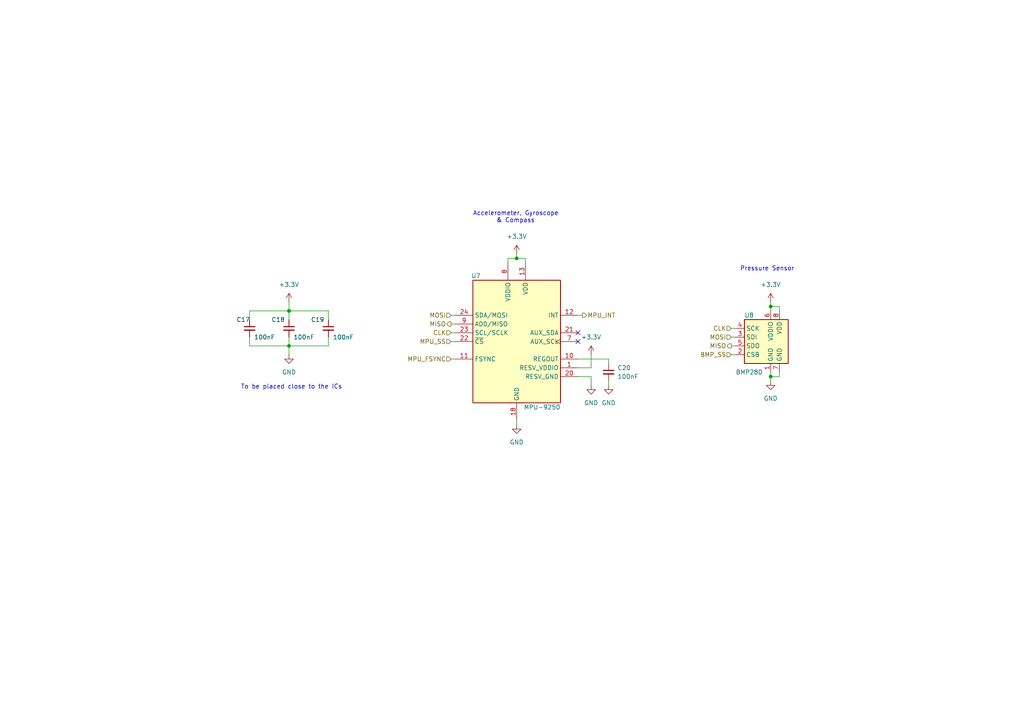
<source format=kicad_sch>
(kicad_sch (version 20211123) (generator eeschema)
  (paper "A4")
  (title_block (title "Sensors") (date "2022-12-17") (rev "${REVISION}"))
  (lib_symbols
    (symbol "Device:C_Small" (pin_numbers hide) (pin_names (offset 0.254) hide)
      (property "Reference" "C" (at 0.254 1.778 0))
      (property "Value" "C_Small" (at 0.254 -2.032 0))
      (symbol "C_Small_0_1"
        (polyline (pts (xy -1.524 -0.508) (xy 1.524 -0.508)) (stroke (width 0.3302)))
        (polyline (pts (xy -1.524 0.508) (xy 1.524 0.508)) (stroke (width 0.3048)))
      )
      (symbol "C_Small_1_1"
        (pin passive line (at 0 2.54 270) (length 2.032) (name "~") (number "1"))
        (pin passive line (at 0 -2.54 90) (length 2.032) (name "~") (number "2"))
      )
    )
    (symbol "Sensor_Motion:MPU-9250"
      (property "Reference" "U" (at -11.43 19.05 0))
      (property "Value" "MPU-9250" (at 7.62 -19.05 0))
      (symbol "MPU-9250_0_1"
        (rectangle (start -12.7 17.78) (end 12.7 -17.78) (stroke (width 0.254)) (fill (type background)))
      )
      (symbol "MPU-9250_1_1"
        (pin input line (at 17.78 -7.62 180) (length 5.08) (name "RESV_VDDIO") (number "1"))
        (pin passive line (at 17.78 -5.08 180) (length 5.08) (name "REGOUT") (number "10"))
        (pin input line (at -17.78 -5.08 0) (length 5.08) (name "FSYNC") (number "11"))
        (pin output line (at 17.78 7.62 180) (length 5.08) (name "INT") (number "12"))
        (pin power_in line (at 2.54 22.86 270) (length 5.08) (name "VDD") (number "13"))
        (pin power_in line (at 0 -22.86 90) (length 5.08) (name "GND") (number "18"))
        (pin power_in line (at 17.78 -10.16 180) (length 5.08) (name "RESV_GND") (number "20"))
        (pin bidirectional line (at 17.78 2.54 180) (length 5.08) (name "AUX_SDA") (number "21"))
        (pin input line (at -17.78 0 0) (length 5.08) (name "~{CS}") (number "22"))
        (pin input line (at -17.78 2.54 0) (length 5.08) (name "SCL/SCLK") (number "23"))
        (pin bidirectional line (at -17.78 7.62 0) (length 5.08) (name "SDA/MOSI") (number "24"))
        (pin output clock (at 17.78 0 180) (length 5.08) (name "AUX_SCL") (number "7"))
        (pin power_in line (at -2.54 22.86 270) (length 5.08) (name "VDDIO") (number "8"))
        (pin bidirectional line (at -17.78 5.08 0) (length 5.08) (name "AD0/MISO") (number "9"))
      )
    )
    (symbol "Sensor_Pressure:BMP280"
      (property "Reference" "U" (at -7.62 10.16 0))
      (property "Value" "BMP280" (at 5.08 10.16 0))
      (symbol "BMP280_0_1"
        (rectangle (start -7.62 -5.08) (end 5.08 7.62) (stroke (width 0.254)) (fill (type background)))
      )
      (symbol "BMP280_1_1"
        (pin power_in line (at 0 -7.62 90) (length 2.54) (name "GND") (number "1"))
        (pin input line (at -10.16 -2.54 0) (length 2.54) (name "CSB") (number "2"))
        (pin bidirectional line (at -10.16 2.54 0) (length 2.54) (name "SDI") (number "3"))
        (pin input line (at -10.16 5.08 0) (length 2.54) (name "SCK") (number "4"))
        (pin bidirectional line (at -10.16 0 0) (length 2.54) (name "SDO") (number "5"))
        (pin power_in line (at 0 10.16 270) (length 2.54) (name "VDDIO") (number "6"))
        (pin power_in line (at 2.54 -7.62 90) (length 2.54) (name "GND") (number "7"))
        (pin power_in line (at 2.54 10.16 270) (length 2.54) (name "VDD") (number "8"))
      )
    )
    (symbol "power:+3.3V" (power) (pin_names (offset 0))
      (property "Value" "+3.3V" (at 0 3.556 0))
      (symbol "+3.3V_0_1"
        (polyline (pts (xy -0.762 1.27) (xy 0 2.54)))
        (polyline (pts (xy 0 0) (xy 0 2.54)))
        (polyline (pts (xy 0 2.54) (xy 0.762 1.27)))
      )
      (symbol "+3.3V_1_1"
        (pin power_in line (at 0 0 90) (length 0) hide (name "+3.3V") (number "1"))
      )
    )
    (symbol "power:GND" (power) (pin_names (offset 0))
      (property "Value" "GND" (at 0 -3.81 0))
      (symbol "GND_0_1"
        (polyline (pts (xy 0 0) (xy 0 -1.27) (xy 1.27 -1.27) (xy 0 -2.54) (xy -1.27 -1.27) (xy 0 -1.27)))
      )
      (symbol "GND_1_1"
        (pin power_in line (at 0 0 270) (length 0) hide (name "GND") (number "1"))
      )
    )
  )
  (junction (at 223.52 88.9))
  (junction (at 223.52 109.22))
  (junction (at 83.82 90.17))
  (junction (at 149.86 74.93))
  (junction (at 83.82 100.33))
  (no_connect (at 167.64 99.06))
  (no_connect (at 167.64 96.52))
  (wire (pts (xy 223.52 107.95) (xy 223.52 109.22)))
  (wire (pts (xy 149.86 121.92) (xy 149.86 123.19)))
  (wire (pts (xy 130.81 99.06) (xy 132.08 99.06)))
  (wire (pts (xy 149.86 73.66) (xy 149.86 74.93)))
  (wire (pts (xy 167.64 104.14) (xy 176.53 104.14)))
  (wire (pts (xy 226.06 107.95) (xy 226.06 109.22)))
  (wire (pts (xy 72.39 100.33) (xy 83.82 100.33)))
  (wire (pts (xy 152.4 74.93) (xy 152.4 76.2)))
  (wire (pts (xy 95.25 90.17) (xy 95.25 92.71)))
  (wire (pts (xy 212.09 97.79) (xy 213.36 97.79)))
  (wire (pts (xy 171.45 109.22) (xy 167.64 109.22)))
  (wire (pts (xy 72.39 90.17) (xy 72.39 92.71)))
  (wire (pts (xy 223.52 88.9) (xy 223.52 90.17)))
  (wire (pts (xy 167.64 106.68) (xy 171.45 106.68)))
  (wire (pts (xy 83.82 87.63) (xy 83.82 90.17)))
  (wire (pts (xy 223.52 87.63) (xy 223.52 88.9)))
  (wire (pts (xy 176.53 110.49) (xy 176.53 111.76)))
  (wire (pts (xy 226.06 90.17) (xy 226.06 88.9)))
  (wire (pts (xy 83.82 90.17) (xy 83.82 92.71)))
  (wire (pts (xy 212.09 95.25) (xy 213.36 95.25)))
  (wire (pts (xy 130.81 96.52) (xy 132.08 96.52)))
  (wire (pts (xy 176.53 104.14) (xy 176.53 105.41)))
  (wire (pts (xy 171.45 106.68) (xy 171.45 102.87)))
  (wire (pts (xy 130.81 91.44) (xy 132.08 91.44)))
  (wire (pts (xy 72.39 90.17) (xy 83.82 90.17)))
  (wire (pts (xy 130.81 93.98) (xy 132.08 93.98)))
  (wire (pts (xy 167.64 91.44) (xy 168.91 91.44)))
  (wire (pts (xy 83.82 90.17) (xy 95.25 90.17)))
  (wire (pts (xy 83.82 97.79) (xy 83.82 100.33)))
  (wire (pts (xy 212.09 102.87) (xy 213.36 102.87)))
  (wire (pts (xy 223.52 109.22) (xy 223.52 110.49)))
  (wire (pts (xy 95.25 97.79) (xy 95.25 100.33)))
  (wire (pts (xy 171.45 111.76) (xy 171.45 109.22)))
  (wire (pts (xy 147.32 74.93) (xy 149.86 74.93)))
  (wire (pts (xy 223.52 88.9) (xy 226.06 88.9)))
  (wire (pts (xy 147.32 76.2) (xy 147.32 74.93)))
  (wire (pts (xy 83.82 100.33) (xy 83.82 102.87)))
  (wire (pts (xy 130.81 104.14) (xy 132.08 104.14)))
  (wire (pts (xy 212.09 100.33) (xy 213.36 100.33)))
  (wire (pts (xy 226.06 109.22) (xy 223.52 109.22)))
  (wire (pts (xy 149.86 74.93) (xy 152.4 74.93)))
  (wire (pts (xy 72.39 97.79) (xy 72.39 100.33)))
  (wire (pts (xy 95.25 100.33) (xy 83.82 100.33)))
  (text "Pressure Sensor" (at 214.63 78.74 0) (effects (font (size 1.27 1.27)) (justify left bottom)))
  (text "Accelerometer, Gyroscope\n       & Compass" (at 137.16 64.77 0) (effects (font (size 1.27 1.27)) (justify left bottom)))
  (text "To be placed close to the ICs" (at 69.85 113.03 0) (effects (font (size 1.27 1.27)) (justify left bottom)))
  (hierarchical_label "CLK" (shape input) (at 130.81 96.52 180))
  (hierarchical_label "MPU_FSYNC" (shape input) (at 130.81 104.14 180))
  (hierarchical_label "MPU_INT" (shape output) (at 168.91 91.44 0))
  (hierarchical_label "BMP_SS" (shape input) (at 212.09 102.87 180))
  (hierarchical_label "CLK" (shape input) (at 212.09 95.25 180))
  (hierarchical_label "MOSI" (shape input) (at 130.81 91.44 180))
  (hierarchical_label "MOSI" (shape input) (at 212.09 97.79 180))
  (hierarchical_label "MISO" (shape output) (at 212.09 100.33 180))
  (hierarchical_label "MPU_SS" (shape input) (at 130.81 99.06 180))
  (hierarchical_label "MISO" (shape output) (at 130.81 93.98 180))
  (symbol (lib_id "power:+3.3V") (at 223.52 87.63 0) (unit 1)
    (property "Reference" "#PWR044" (effects hide))
    (property "Value" "+3.3V" (at 223.52 82.55 0))
  )
  (symbol (lib_id "Device:C_Small") (at 95.25 95.25 0) (unit 1)
    (property "Reference" "C19" (at 90.17 92.7162 0) (effects (justify left)))
    (property "Value" "100nF" (at 96.52 97.7962 0) (effects (justify left)))
    (property "Footprint" "Capacitor_SMD:C_0603_1608Metric" (effects hide))
  )
  (symbol (lib_id "power:+3.3V") (at 83.82 87.63 0) (unit 1)
    (property "Reference" "#PWR043" (effects hide))
    (property "Value" "+3.3V" (at 83.82 82.55 0))
  )
  (symbol (lib_id "power:GND") (at 171.45 111.76 0) (unit 1)
    (property "Reference" "#PWR048" (effects hide))
    (property "Value" "GND" (at 171.45 116.84 0))
  )
  (symbol (lib_id "power:GND") (at 176.53 111.76 0) (unit 1)
    (property "Reference" "#PWR049" (effects hide))
    (property "Value" "GND" (at 176.53 116.84 0))
  )
  (symbol (lib_id "power:+3.3V") (at 171.45 102.87 0) (unit 1)
    (property "Reference" "#PWR046" (effects hide))
    (property "Value" "+3.3V" (at 171.45 97.79 0))
  )
  (symbol (lib_id "power:GND") (at 149.86 123.19 0) (unit 1)
    (property "Reference" "#PWR050" (effects hide))
    (property "Value" "GND" (at 149.86 128.27 0))
  )
  (symbol (lib_id "Sensor_Pressure:BMP280") (at 223.52 100.33 0) (unit 1)
    (property "Reference" "U8" (at 215.9 91.4399 0) (effects (justify left)))
    (property "Value" "BMP280" (at 213.36 107.9499 0) (effects (justify left)))
    (property "Footprint" "Package_LGA:Bosch_LGA-8_2x2.5mm_P0.65mm_ClockwisePinNumbering" (effects hide))
    (property "Datasheet" "https://www.bosch-sensortec.com/media/boschsensortec/downloads/datasheets/bst-bmp280-ds001.pdf" (effects hide))
  )
  (symbol (lib_id "power:GND") (at 223.52 110.49 0) (unit 1)
    (property "Reference" "#PWR047" (effects hide))
    (property "Value" "GND" (at 223.52 115.57 0))
  )
  (symbol (lib_id "Device:C_Small") (at 176.53 107.95 0) (unit 1)
    (property "Reference" "C20" (at 179.07 106.6862 0) (effects (justify left)))
    (property "Value" "100nF" (at 179.07 109.2262 0) (effects (justify left)))
    (property "Footprint" "Capacitor_SMD:C_0603_1608Metric" (effects hide))
  )
  (symbol (lib_id "Device:C_Small") (at 83.82 95.25 0) (unit 1)
    (property "Reference" "C18" (at 78.74 92.7162 0) (effects (justify left)))
    (property "Value" "100nF" (at 85.09 97.7962 0) (effects (justify left)))
    (property "Footprint" "Capacitor_SMD:C_0603_1608Metric" (effects hide))
  )
  (symbol (lib_id "Device:C_Small") (at 72.39 95.25 0) (unit 1)
    (property "Reference" "C17" (at 68.58 92.7162 0) (effects (justify left)))
    (property "Value" "100nF" (at 73.66 97.7962 0) (effects (justify left)))
    (property "Footprint" "Capacitor_SMD:C_0603_1608Metric" (effects hide))
  )
  (symbol (lib_id "Sensor_Motion:MPU-9250") (at 149.86 99.06 0) (unit 1)
    (property "Reference" "U7" (at 136.6394 80.01 0) (effects (justify left)))
    (property "Value" "MPU-9250" (at 151.8794 118.11 0) (effects (justify left)))
    (property "Footprint" "Sensor_Motion:InvenSense_QFN-24_3x3mm_P0.4mm" (effects hide))
    (property "Datasheet" "https://store.invensense.com/datasheets/invensense/MPU9250REV1.0.pdf" (effects hide))
  )
  (symbol (lib_id "power:+3.3V") (at 149.86 73.66 0) (unit 1)
    (property "Reference" "#PWR042" (effects hide))
    (property "Value" "+3.3V" (at 149.86 68.58 0))
  )
  (symbol (lib_id "power:GND") (at 83.82 102.87 0) (unit 1)
    (property "Reference" "#PWR045" (effects hide))
    (property "Value" "GND" (at 83.82 107.95 0))
  )
)
</source>
